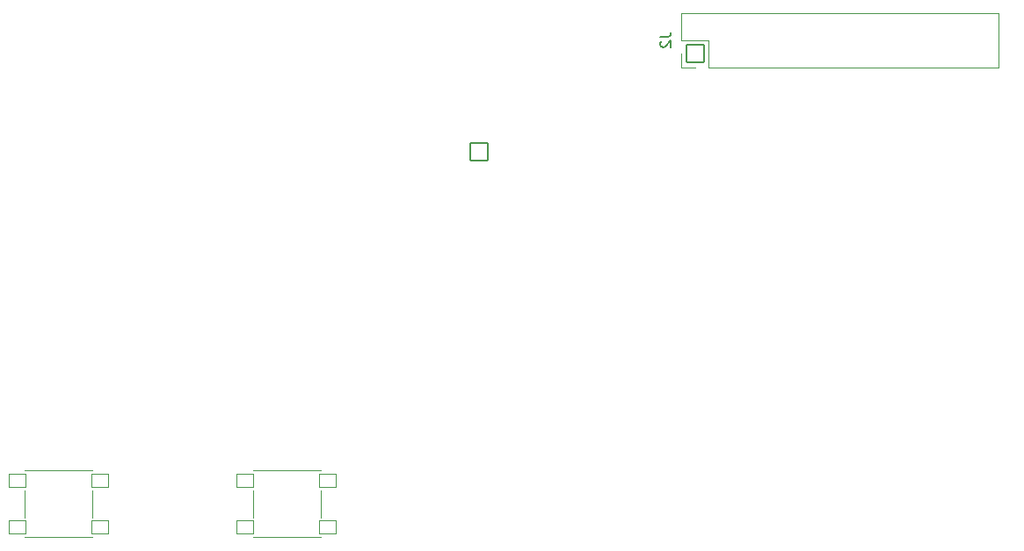
<source format=gbo>
G04 #@! TF.GenerationSoftware,KiCad,Pcbnew,7.0.9-7.0.9~ubuntu20.04.1*
G04 #@! TF.CreationDate,2024-01-21T19:49:38-07:00*
G04 #@! TF.ProjectId,lcdandbuttonboard3b,6c636461-6e64-4627-9574-746f6e626f61,rev?*
G04 #@! TF.SameCoordinates,Original*
G04 #@! TF.FileFunction,Legend,Bot*
G04 #@! TF.FilePolarity,Positive*
%FSLAX46Y46*%
G04 Gerber Fmt 4.6, Leading zero omitted, Abs format (unit mm)*
G04 Created by KiCad (PCBNEW 7.0.9-7.0.9~ubuntu20.04.1) date 2024-01-21 19:49:38*
%MOMM*%
%LPD*%
G01*
G04 APERTURE LIST*
G04 Aperture macros list*
%AMRoundRect*
0 Rectangle with rounded corners*
0 $1 Rounding radius*
0 $2 $3 $4 $5 $6 $7 $8 $9 X,Y pos of 4 corners*
0 Add a 4 corners polygon primitive as box body*
4,1,4,$2,$3,$4,$5,$6,$7,$8,$9,$2,$3,0*
0 Add four circle primitives for the rounded corners*
1,1,$1+$1,$2,$3*
1,1,$1+$1,$4,$5*
1,1,$1+$1,$6,$7*
1,1,$1+$1,$8,$9*
0 Add four rect primitives between the rounded corners*
20,1,$1+$1,$2,$3,$4,$5,0*
20,1,$1+$1,$4,$5,$6,$7,0*
20,1,$1+$1,$6,$7,$8,$9,0*
20,1,$1+$1,$8,$9,$2,$3,0*%
G04 Aperture macros list end*
%ADD10C,0.150000*%
%ADD11C,0.120000*%
%ADD12RoundRect,0.050000X-0.850000X-0.850000X0.850000X-0.850000X0.850000X0.850000X-0.850000X0.850000X0*%
%ADD13O,1.800000X1.800000*%
%ADD14C,2.800000*%
%ADD15RoundRect,0.050000X-0.850000X0.850000X-0.850000X-0.850000X0.850000X-0.850000X0.850000X0.850000X0*%
%ADD16RoundRect,0.050000X-0.775000X-0.650000X0.775000X-0.650000X0.775000X0.650000X-0.775000X0.650000X0*%
G04 APERTURE END LIST*
D10*
X158984819Y-52936666D02*
X159699104Y-52936666D01*
X159699104Y-52936666D02*
X159841961Y-52889047D01*
X159841961Y-52889047D02*
X159937200Y-52793809D01*
X159937200Y-52793809D02*
X159984819Y-52650952D01*
X159984819Y-52650952D02*
X159984819Y-52555714D01*
X159080057Y-53365238D02*
X159032438Y-53412857D01*
X159032438Y-53412857D02*
X158984819Y-53508095D01*
X158984819Y-53508095D02*
X158984819Y-53746190D01*
X158984819Y-53746190D02*
X159032438Y-53841428D01*
X159032438Y-53841428D02*
X159080057Y-53889047D01*
X159080057Y-53889047D02*
X159175295Y-53936666D01*
X159175295Y-53936666D02*
X159270533Y-53936666D01*
X159270533Y-53936666D02*
X159413390Y-53889047D01*
X159413390Y-53889047D02*
X159984819Y-53317619D01*
X159984819Y-53317619D02*
X159984819Y-53936666D01*
D11*
X191570000Y-50670000D02*
X191570000Y-55870000D01*
X160970000Y-50670000D02*
X191570000Y-50670000D01*
X160970000Y-50670000D02*
X160970000Y-53270000D01*
X163570000Y-53270000D02*
X163570000Y-55870000D01*
X160970000Y-53270000D02*
X163570000Y-53270000D01*
X160970000Y-54540000D02*
X160970000Y-55870000D01*
X163570000Y-55870000D02*
X191570000Y-55870000D01*
X160970000Y-55870000D02*
X162300000Y-55870000D01*
X97770000Y-94770000D02*
X97770000Y-94800000D01*
X97770000Y-94770000D02*
X104230000Y-94770000D01*
X97770000Y-99300000D02*
X97770000Y-96700000D01*
X97770000Y-101200000D02*
X97770000Y-101230000D01*
X97770000Y-101230000D02*
X104230000Y-101230000D01*
X104230000Y-94770000D02*
X104230000Y-94800000D01*
X104230000Y-99300000D02*
X104230000Y-96700000D01*
X104230000Y-101230000D02*
X104230000Y-101200000D01*
X119770000Y-94770000D02*
X119770000Y-94800000D01*
X119770000Y-94770000D02*
X126230000Y-94770000D01*
X119770000Y-99300000D02*
X119770000Y-96700000D01*
X119770000Y-101200000D02*
X119770000Y-101230000D01*
X119770000Y-101230000D02*
X126230000Y-101230000D01*
X126230000Y-94770000D02*
X126230000Y-94800000D01*
X126230000Y-99300000D02*
X126230000Y-96700000D01*
X126230000Y-101230000D02*
X126230000Y-101200000D01*
%LPC*%
D12*
X141500000Y-64000000D03*
D13*
X141500000Y-66540000D03*
X141500000Y-69080000D03*
X141500000Y-71620000D03*
X141500000Y-74160000D03*
X141500000Y-76700000D03*
X141500000Y-79240000D03*
X141500000Y-81780000D03*
D14*
X142500000Y-53500000D03*
X134000000Y-98000000D03*
X91000000Y-98000000D03*
D15*
X162300000Y-54540000D03*
D13*
X162300000Y-52000000D03*
X164840000Y-54540000D03*
X164840000Y-52000000D03*
X167380000Y-54540000D03*
X167380000Y-52000000D03*
X169920000Y-54540000D03*
X169920000Y-52000000D03*
X172460000Y-54540000D03*
X172460000Y-52000000D03*
X175000000Y-54540000D03*
X175000000Y-52000000D03*
X177540000Y-54540000D03*
X177540000Y-52000000D03*
X180080000Y-54540000D03*
X180080000Y-52000000D03*
X182620000Y-54540000D03*
X182620000Y-52000000D03*
X185160000Y-54540000D03*
X185160000Y-52000000D03*
X187700000Y-54540000D03*
X187700000Y-52000000D03*
X190240000Y-54540000D03*
X190240000Y-52000000D03*
D16*
X97025000Y-100250000D03*
X104975000Y-100250000D03*
X97025000Y-95750000D03*
X104975000Y-95750000D03*
X119025000Y-100250000D03*
X126975000Y-100250000D03*
X119025000Y-95750000D03*
X126975000Y-95750000D03*
%LPD*%
M02*

</source>
